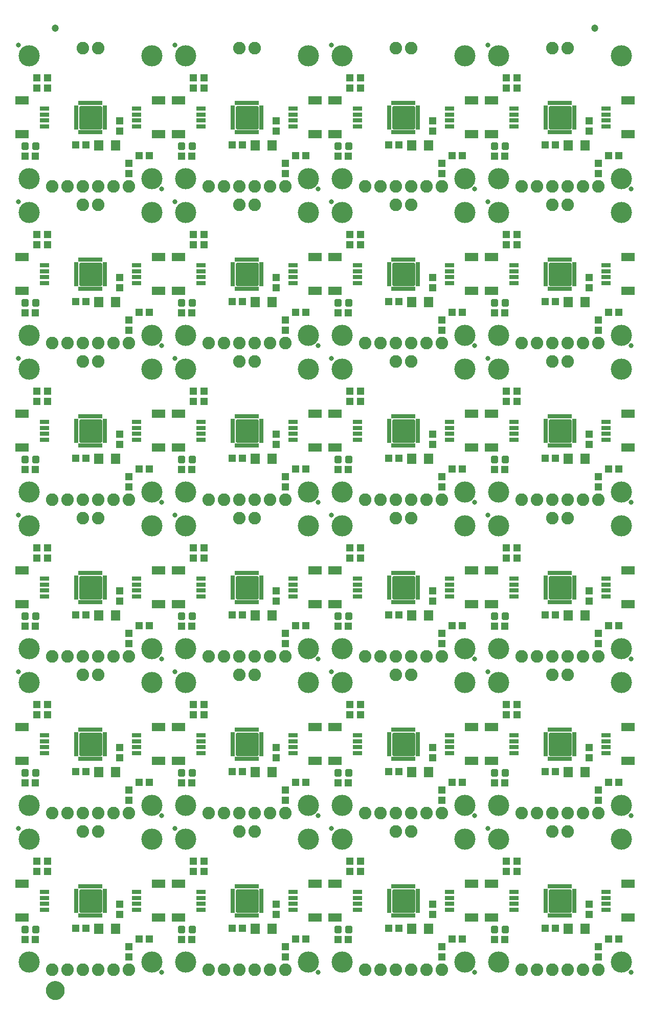
<source format=gts>
G04 EAGLE Gerber RS-274X export*
G75*
%MOMM*%
%FSLAX34Y34*%
%LPD*%
%INSoldermask Top*%
%IPPOS*%
%AMOC8*
5,1,8,0,0,1.08239X$1,22.5*%
G01*
%ADD10C,3.505200*%
%ADD11C,0.838200*%
%ADD12R,1.203200X1.303200*%
%ADD13R,2.203200X1.403200*%
%ADD14R,1.553200X0.803200*%
%ADD15C,2.082800*%
%ADD16R,1.303200X1.203200*%
%ADD17R,1.603200X1.803200*%
%ADD18R,0.503200X0.773200*%
%ADD19R,0.773200X0.503200*%
%ADD20C,0.570478*%
%ADD21C,0.505344*%
%ADD22C,1.203200*%
%ADD23C,1.270000*%
%ADD24C,1.703200*%


D10*
X25400Y228600D03*
X228600Y228600D03*
D11*
X245110Y8890D03*
X7620Y246380D03*
D12*
X38354Y175650D03*
X38354Y192650D03*
X55880Y175650D03*
X55880Y192650D03*
D13*
X14050Y155000D03*
X14050Y99000D03*
D14*
X50800Y142000D03*
X50800Y132000D03*
X50800Y122000D03*
X50800Y112000D03*
D15*
X139700Y241300D03*
X114300Y241300D03*
D16*
X119498Y81534D03*
X102498Y81534D03*
D13*
X239950Y99000D03*
X239950Y155000D03*
D14*
X203200Y112000D03*
X203200Y122000D03*
X203200Y132000D03*
X203200Y142000D03*
D16*
X224400Y63500D03*
X207400Y63500D03*
D15*
X63500Y12700D03*
X88900Y12700D03*
X114300Y12700D03*
X139700Y12700D03*
D10*
X25400Y25400D03*
X228600Y25400D03*
D17*
X168940Y81026D03*
X140940Y81026D03*
D18*
X134500Y103149D03*
X129500Y103149D03*
X124500Y103149D03*
X119500Y103149D03*
X114500Y103149D03*
X109500Y103149D03*
D19*
X150851Y134500D03*
X150851Y129500D03*
X150851Y124500D03*
X150851Y119500D03*
X150851Y114500D03*
X150851Y109500D03*
D18*
X144500Y103149D03*
X139500Y103149D03*
D19*
X150851Y139500D03*
X150851Y144500D03*
D18*
X144500Y150851D03*
X139500Y150851D03*
X134500Y150851D03*
X129500Y150851D03*
X124500Y150851D03*
X119500Y150851D03*
X114500Y150851D03*
X109500Y150851D03*
D19*
X103149Y144500D03*
X103149Y139500D03*
X103149Y134500D03*
X103149Y129500D03*
X103149Y124500D03*
X103149Y119500D03*
X103149Y114500D03*
X103149Y109500D03*
D20*
X143164Y110836D02*
X143164Y143164D01*
X143164Y110836D02*
X110836Y110836D01*
X110836Y143164D01*
X143164Y143164D01*
X143164Y116256D02*
X110836Y116256D01*
X110836Y121676D02*
X143164Y121676D01*
X143164Y127096D02*
X110836Y127096D01*
X110836Y132516D02*
X143164Y132516D01*
X143164Y137936D02*
X110836Y137936D01*
D21*
X33220Y82992D02*
X33220Y76012D01*
X33220Y82992D02*
X40200Y82992D01*
X40200Y76012D01*
X33220Y76012D01*
X33220Y80812D02*
X40200Y80812D01*
X15680Y82992D02*
X15680Y76012D01*
X15680Y82992D02*
X22660Y82992D01*
X22660Y76012D01*
X15680Y76012D01*
X15680Y80812D02*
X22660Y80812D01*
D16*
X35932Y62738D03*
X18932Y62738D03*
D12*
X190500Y33918D03*
X190500Y50918D03*
D15*
X190500Y12700D03*
X165100Y12700D03*
D12*
X175260Y121276D03*
X175260Y104276D03*
D10*
X284480Y228600D03*
X487680Y228600D03*
D11*
X504190Y8890D03*
X266700Y246380D03*
D12*
X297434Y175650D03*
X297434Y192650D03*
X314960Y175650D03*
X314960Y192650D03*
D13*
X273130Y155000D03*
X273130Y99000D03*
D14*
X309880Y142000D03*
X309880Y132000D03*
X309880Y122000D03*
X309880Y112000D03*
D15*
X398780Y241300D03*
X373380Y241300D03*
D16*
X378578Y81534D03*
X361578Y81534D03*
D13*
X499030Y99000D03*
X499030Y155000D03*
D14*
X462280Y112000D03*
X462280Y122000D03*
X462280Y132000D03*
X462280Y142000D03*
D16*
X483480Y63500D03*
X466480Y63500D03*
D15*
X322580Y12700D03*
X347980Y12700D03*
X373380Y12700D03*
X398780Y12700D03*
D10*
X284480Y25400D03*
X487680Y25400D03*
D17*
X428020Y81026D03*
X400020Y81026D03*
D18*
X393580Y103149D03*
X388580Y103149D03*
X383580Y103149D03*
X378580Y103149D03*
X373580Y103149D03*
X368580Y103149D03*
D19*
X409931Y134500D03*
X409931Y129500D03*
X409931Y124500D03*
X409931Y119500D03*
X409931Y114500D03*
X409931Y109500D03*
D18*
X403580Y103149D03*
X398580Y103149D03*
D19*
X409931Y139500D03*
X409931Y144500D03*
D18*
X403580Y150851D03*
X398580Y150851D03*
X393580Y150851D03*
X388580Y150851D03*
X383580Y150851D03*
X378580Y150851D03*
X373580Y150851D03*
X368580Y150851D03*
D19*
X362229Y144500D03*
X362229Y139500D03*
X362229Y134500D03*
X362229Y129500D03*
X362229Y124500D03*
X362229Y119500D03*
X362229Y114500D03*
X362229Y109500D03*
D20*
X402244Y110836D02*
X402244Y143164D01*
X402244Y110836D02*
X369916Y110836D01*
X369916Y143164D01*
X402244Y143164D01*
X402244Y116256D02*
X369916Y116256D01*
X369916Y121676D02*
X402244Y121676D01*
X402244Y127096D02*
X369916Y127096D01*
X369916Y132516D02*
X402244Y132516D01*
X402244Y137936D02*
X369916Y137936D01*
D21*
X292300Y82992D02*
X292300Y76012D01*
X292300Y82992D02*
X299280Y82992D01*
X299280Y76012D01*
X292300Y76012D01*
X292300Y80812D02*
X299280Y80812D01*
X274760Y82992D02*
X274760Y76012D01*
X274760Y82992D02*
X281740Y82992D01*
X281740Y76012D01*
X274760Y76012D01*
X274760Y80812D02*
X281740Y80812D01*
D16*
X295012Y62738D03*
X278012Y62738D03*
D12*
X449580Y33918D03*
X449580Y50918D03*
D15*
X449580Y12700D03*
X424180Y12700D03*
D12*
X434340Y121276D03*
X434340Y104276D03*
D10*
X543560Y228600D03*
X746760Y228600D03*
D11*
X763270Y8890D03*
X525780Y246380D03*
D12*
X556514Y175650D03*
X556514Y192650D03*
X574040Y175650D03*
X574040Y192650D03*
D13*
X532210Y155000D03*
X532210Y99000D03*
D14*
X568960Y142000D03*
X568960Y132000D03*
X568960Y122000D03*
X568960Y112000D03*
D15*
X657860Y241300D03*
X632460Y241300D03*
D16*
X637658Y81534D03*
X620658Y81534D03*
D13*
X758110Y99000D03*
X758110Y155000D03*
D14*
X721360Y112000D03*
X721360Y122000D03*
X721360Y132000D03*
X721360Y142000D03*
D16*
X742560Y63500D03*
X725560Y63500D03*
D15*
X581660Y12700D03*
X607060Y12700D03*
X632460Y12700D03*
X657860Y12700D03*
D10*
X543560Y25400D03*
X746760Y25400D03*
D17*
X687100Y81026D03*
X659100Y81026D03*
D18*
X652660Y103149D03*
X647660Y103149D03*
X642660Y103149D03*
X637660Y103149D03*
X632660Y103149D03*
X627660Y103149D03*
D19*
X669011Y134500D03*
X669011Y129500D03*
X669011Y124500D03*
X669011Y119500D03*
X669011Y114500D03*
X669011Y109500D03*
D18*
X662660Y103149D03*
X657660Y103149D03*
D19*
X669011Y139500D03*
X669011Y144500D03*
D18*
X662660Y150851D03*
X657660Y150851D03*
X652660Y150851D03*
X647660Y150851D03*
X642660Y150851D03*
X637660Y150851D03*
X632660Y150851D03*
X627660Y150851D03*
D19*
X621309Y144500D03*
X621309Y139500D03*
X621309Y134500D03*
X621309Y129500D03*
X621309Y124500D03*
X621309Y119500D03*
X621309Y114500D03*
X621309Y109500D03*
D20*
X661324Y110836D02*
X661324Y143164D01*
X661324Y110836D02*
X628996Y110836D01*
X628996Y143164D01*
X661324Y143164D01*
X661324Y116256D02*
X628996Y116256D01*
X628996Y121676D02*
X661324Y121676D01*
X661324Y127096D02*
X628996Y127096D01*
X628996Y132516D02*
X661324Y132516D01*
X661324Y137936D02*
X628996Y137936D01*
D21*
X551380Y82992D02*
X551380Y76012D01*
X551380Y82992D02*
X558360Y82992D01*
X558360Y76012D01*
X551380Y76012D01*
X551380Y80812D02*
X558360Y80812D01*
X533840Y82992D02*
X533840Y76012D01*
X533840Y82992D02*
X540820Y82992D01*
X540820Y76012D01*
X533840Y76012D01*
X533840Y80812D02*
X540820Y80812D01*
D16*
X554092Y62738D03*
X537092Y62738D03*
D12*
X708660Y33918D03*
X708660Y50918D03*
D15*
X708660Y12700D03*
X683260Y12700D03*
D12*
X693420Y121276D03*
X693420Y104276D03*
D10*
X802640Y228600D03*
X1005840Y228600D03*
D11*
X1022350Y8890D03*
X784860Y246380D03*
D12*
X815594Y175650D03*
X815594Y192650D03*
X833120Y175650D03*
X833120Y192650D03*
D13*
X791290Y155000D03*
X791290Y99000D03*
D14*
X828040Y142000D03*
X828040Y132000D03*
X828040Y122000D03*
X828040Y112000D03*
D15*
X916940Y241300D03*
X891540Y241300D03*
D16*
X896738Y81534D03*
X879738Y81534D03*
D13*
X1017190Y99000D03*
X1017190Y155000D03*
D14*
X980440Y112000D03*
X980440Y122000D03*
X980440Y132000D03*
X980440Y142000D03*
D16*
X1001640Y63500D03*
X984640Y63500D03*
D15*
X840740Y12700D03*
X866140Y12700D03*
X891540Y12700D03*
X916940Y12700D03*
D10*
X802640Y25400D03*
X1005840Y25400D03*
D17*
X946180Y81026D03*
X918180Y81026D03*
D18*
X911740Y103149D03*
X906740Y103149D03*
X901740Y103149D03*
X896740Y103149D03*
X891740Y103149D03*
X886740Y103149D03*
D19*
X928091Y134500D03*
X928091Y129500D03*
X928091Y124500D03*
X928091Y119500D03*
X928091Y114500D03*
X928091Y109500D03*
D18*
X921740Y103149D03*
X916740Y103149D03*
D19*
X928091Y139500D03*
X928091Y144500D03*
D18*
X921740Y150851D03*
X916740Y150851D03*
X911740Y150851D03*
X906740Y150851D03*
X901740Y150851D03*
X896740Y150851D03*
X891740Y150851D03*
X886740Y150851D03*
D19*
X880389Y144500D03*
X880389Y139500D03*
X880389Y134500D03*
X880389Y129500D03*
X880389Y124500D03*
X880389Y119500D03*
X880389Y114500D03*
X880389Y109500D03*
D20*
X920404Y110836D02*
X920404Y143164D01*
X920404Y110836D02*
X888076Y110836D01*
X888076Y143164D01*
X920404Y143164D01*
X920404Y116256D02*
X888076Y116256D01*
X888076Y121676D02*
X920404Y121676D01*
X920404Y127096D02*
X888076Y127096D01*
X888076Y132516D02*
X920404Y132516D01*
X920404Y137936D02*
X888076Y137936D01*
D21*
X810460Y82992D02*
X810460Y76012D01*
X810460Y82992D02*
X817440Y82992D01*
X817440Y76012D01*
X810460Y76012D01*
X810460Y80812D02*
X817440Y80812D01*
X792920Y82992D02*
X792920Y76012D01*
X792920Y82992D02*
X799900Y82992D01*
X799900Y76012D01*
X792920Y76012D01*
X792920Y80812D02*
X799900Y80812D01*
D16*
X813172Y62738D03*
X796172Y62738D03*
D12*
X967740Y33918D03*
X967740Y50918D03*
D15*
X967740Y12700D03*
X942340Y12700D03*
D12*
X952500Y121276D03*
X952500Y104276D03*
D10*
X25400Y487680D03*
X228600Y487680D03*
D11*
X245110Y267970D03*
X7620Y505460D03*
D12*
X38354Y434730D03*
X38354Y451730D03*
X55880Y434730D03*
X55880Y451730D03*
D13*
X14050Y414080D03*
X14050Y358080D03*
D14*
X50800Y401080D03*
X50800Y391080D03*
X50800Y381080D03*
X50800Y371080D03*
D15*
X139700Y500380D03*
X114300Y500380D03*
D16*
X119498Y340614D03*
X102498Y340614D03*
D13*
X239950Y358080D03*
X239950Y414080D03*
D14*
X203200Y371080D03*
X203200Y381080D03*
X203200Y391080D03*
X203200Y401080D03*
D16*
X224400Y322580D03*
X207400Y322580D03*
D15*
X63500Y271780D03*
X88900Y271780D03*
X114300Y271780D03*
X139700Y271780D03*
D10*
X25400Y284480D03*
X228600Y284480D03*
D17*
X168940Y340106D03*
X140940Y340106D03*
D18*
X134500Y362229D03*
X129500Y362229D03*
X124500Y362229D03*
X119500Y362229D03*
X114500Y362229D03*
X109500Y362229D03*
D19*
X150851Y393580D03*
X150851Y388580D03*
X150851Y383580D03*
X150851Y378580D03*
X150851Y373580D03*
X150851Y368580D03*
D18*
X144500Y362229D03*
X139500Y362229D03*
D19*
X150851Y398580D03*
X150851Y403580D03*
D18*
X144500Y409931D03*
X139500Y409931D03*
X134500Y409931D03*
X129500Y409931D03*
X124500Y409931D03*
X119500Y409931D03*
X114500Y409931D03*
X109500Y409931D03*
D19*
X103149Y403580D03*
X103149Y398580D03*
X103149Y393580D03*
X103149Y388580D03*
X103149Y383580D03*
X103149Y378580D03*
X103149Y373580D03*
X103149Y368580D03*
D20*
X143164Y369916D02*
X143164Y402244D01*
X143164Y369916D02*
X110836Y369916D01*
X110836Y402244D01*
X143164Y402244D01*
X143164Y375336D02*
X110836Y375336D01*
X110836Y380756D02*
X143164Y380756D01*
X143164Y386176D02*
X110836Y386176D01*
X110836Y391596D02*
X143164Y391596D01*
X143164Y397016D02*
X110836Y397016D01*
D21*
X33220Y342072D02*
X33220Y335092D01*
X33220Y342072D02*
X40200Y342072D01*
X40200Y335092D01*
X33220Y335092D01*
X33220Y339892D02*
X40200Y339892D01*
X15680Y342072D02*
X15680Y335092D01*
X15680Y342072D02*
X22660Y342072D01*
X22660Y335092D01*
X15680Y335092D01*
X15680Y339892D02*
X22660Y339892D01*
D16*
X35932Y321818D03*
X18932Y321818D03*
D12*
X190500Y292998D03*
X190500Y309998D03*
D15*
X190500Y271780D03*
X165100Y271780D03*
D12*
X175260Y380356D03*
X175260Y363356D03*
D10*
X284480Y487680D03*
X487680Y487680D03*
D11*
X504190Y267970D03*
X266700Y505460D03*
D12*
X297434Y434730D03*
X297434Y451730D03*
X314960Y434730D03*
X314960Y451730D03*
D13*
X273130Y414080D03*
X273130Y358080D03*
D14*
X309880Y401080D03*
X309880Y391080D03*
X309880Y381080D03*
X309880Y371080D03*
D15*
X398780Y500380D03*
X373380Y500380D03*
D16*
X378578Y340614D03*
X361578Y340614D03*
D13*
X499030Y358080D03*
X499030Y414080D03*
D14*
X462280Y371080D03*
X462280Y381080D03*
X462280Y391080D03*
X462280Y401080D03*
D16*
X483480Y322580D03*
X466480Y322580D03*
D15*
X322580Y271780D03*
X347980Y271780D03*
X373380Y271780D03*
X398780Y271780D03*
D10*
X284480Y284480D03*
X487680Y284480D03*
D17*
X428020Y340106D03*
X400020Y340106D03*
D18*
X393580Y362229D03*
X388580Y362229D03*
X383580Y362229D03*
X378580Y362229D03*
X373580Y362229D03*
X368580Y362229D03*
D19*
X409931Y393580D03*
X409931Y388580D03*
X409931Y383580D03*
X409931Y378580D03*
X409931Y373580D03*
X409931Y368580D03*
D18*
X403580Y362229D03*
X398580Y362229D03*
D19*
X409931Y398580D03*
X409931Y403580D03*
D18*
X403580Y409931D03*
X398580Y409931D03*
X393580Y409931D03*
X388580Y409931D03*
X383580Y409931D03*
X378580Y409931D03*
X373580Y409931D03*
X368580Y409931D03*
D19*
X362229Y403580D03*
X362229Y398580D03*
X362229Y393580D03*
X362229Y388580D03*
X362229Y383580D03*
X362229Y378580D03*
X362229Y373580D03*
X362229Y368580D03*
D20*
X402244Y369916D02*
X402244Y402244D01*
X402244Y369916D02*
X369916Y369916D01*
X369916Y402244D01*
X402244Y402244D01*
X402244Y375336D02*
X369916Y375336D01*
X369916Y380756D02*
X402244Y380756D01*
X402244Y386176D02*
X369916Y386176D01*
X369916Y391596D02*
X402244Y391596D01*
X402244Y397016D02*
X369916Y397016D01*
D21*
X292300Y342072D02*
X292300Y335092D01*
X292300Y342072D02*
X299280Y342072D01*
X299280Y335092D01*
X292300Y335092D01*
X292300Y339892D02*
X299280Y339892D01*
X274760Y342072D02*
X274760Y335092D01*
X274760Y342072D02*
X281740Y342072D01*
X281740Y335092D01*
X274760Y335092D01*
X274760Y339892D02*
X281740Y339892D01*
D16*
X295012Y321818D03*
X278012Y321818D03*
D12*
X449580Y292998D03*
X449580Y309998D03*
D15*
X449580Y271780D03*
X424180Y271780D03*
D12*
X434340Y380356D03*
X434340Y363356D03*
D10*
X543560Y487680D03*
X746760Y487680D03*
D11*
X763270Y267970D03*
X525780Y505460D03*
D12*
X556514Y434730D03*
X556514Y451730D03*
X574040Y434730D03*
X574040Y451730D03*
D13*
X532210Y414080D03*
X532210Y358080D03*
D14*
X568960Y401080D03*
X568960Y391080D03*
X568960Y381080D03*
X568960Y371080D03*
D15*
X657860Y500380D03*
X632460Y500380D03*
D16*
X637658Y340614D03*
X620658Y340614D03*
D13*
X758110Y358080D03*
X758110Y414080D03*
D14*
X721360Y371080D03*
X721360Y381080D03*
X721360Y391080D03*
X721360Y401080D03*
D16*
X742560Y322580D03*
X725560Y322580D03*
D15*
X581660Y271780D03*
X607060Y271780D03*
X632460Y271780D03*
X657860Y271780D03*
D10*
X543560Y284480D03*
X746760Y284480D03*
D17*
X687100Y340106D03*
X659100Y340106D03*
D18*
X652660Y362229D03*
X647660Y362229D03*
X642660Y362229D03*
X637660Y362229D03*
X632660Y362229D03*
X627660Y362229D03*
D19*
X669011Y393580D03*
X669011Y388580D03*
X669011Y383580D03*
X669011Y378580D03*
X669011Y373580D03*
X669011Y368580D03*
D18*
X662660Y362229D03*
X657660Y362229D03*
D19*
X669011Y398580D03*
X669011Y403580D03*
D18*
X662660Y409931D03*
X657660Y409931D03*
X652660Y409931D03*
X647660Y409931D03*
X642660Y409931D03*
X637660Y409931D03*
X632660Y409931D03*
X627660Y409931D03*
D19*
X621309Y403580D03*
X621309Y398580D03*
X621309Y393580D03*
X621309Y388580D03*
X621309Y383580D03*
X621309Y378580D03*
X621309Y373580D03*
X621309Y368580D03*
D20*
X661324Y369916D02*
X661324Y402244D01*
X661324Y369916D02*
X628996Y369916D01*
X628996Y402244D01*
X661324Y402244D01*
X661324Y375336D02*
X628996Y375336D01*
X628996Y380756D02*
X661324Y380756D01*
X661324Y386176D02*
X628996Y386176D01*
X628996Y391596D02*
X661324Y391596D01*
X661324Y397016D02*
X628996Y397016D01*
D21*
X551380Y342072D02*
X551380Y335092D01*
X551380Y342072D02*
X558360Y342072D01*
X558360Y335092D01*
X551380Y335092D01*
X551380Y339892D02*
X558360Y339892D01*
X533840Y342072D02*
X533840Y335092D01*
X533840Y342072D02*
X540820Y342072D01*
X540820Y335092D01*
X533840Y335092D01*
X533840Y339892D02*
X540820Y339892D01*
D16*
X554092Y321818D03*
X537092Y321818D03*
D12*
X708660Y292998D03*
X708660Y309998D03*
D15*
X708660Y271780D03*
X683260Y271780D03*
D12*
X693420Y380356D03*
X693420Y363356D03*
D10*
X802640Y487680D03*
X1005840Y487680D03*
D11*
X1022350Y267970D03*
X784860Y505460D03*
D12*
X815594Y434730D03*
X815594Y451730D03*
X833120Y434730D03*
X833120Y451730D03*
D13*
X791290Y414080D03*
X791290Y358080D03*
D14*
X828040Y401080D03*
X828040Y391080D03*
X828040Y381080D03*
X828040Y371080D03*
D15*
X916940Y500380D03*
X891540Y500380D03*
D16*
X896738Y340614D03*
X879738Y340614D03*
D13*
X1017190Y358080D03*
X1017190Y414080D03*
D14*
X980440Y371080D03*
X980440Y381080D03*
X980440Y391080D03*
X980440Y401080D03*
D16*
X1001640Y322580D03*
X984640Y322580D03*
D15*
X840740Y271780D03*
X866140Y271780D03*
X891540Y271780D03*
X916940Y271780D03*
D10*
X802640Y284480D03*
X1005840Y284480D03*
D17*
X946180Y340106D03*
X918180Y340106D03*
D18*
X911740Y362229D03*
X906740Y362229D03*
X901740Y362229D03*
X896740Y362229D03*
X891740Y362229D03*
X886740Y362229D03*
D19*
X928091Y393580D03*
X928091Y388580D03*
X928091Y383580D03*
X928091Y378580D03*
X928091Y373580D03*
X928091Y368580D03*
D18*
X921740Y362229D03*
X916740Y362229D03*
D19*
X928091Y398580D03*
X928091Y403580D03*
D18*
X921740Y409931D03*
X916740Y409931D03*
X911740Y409931D03*
X906740Y409931D03*
X901740Y409931D03*
X896740Y409931D03*
X891740Y409931D03*
X886740Y409931D03*
D19*
X880389Y403580D03*
X880389Y398580D03*
X880389Y393580D03*
X880389Y388580D03*
X880389Y383580D03*
X880389Y378580D03*
X880389Y373580D03*
X880389Y368580D03*
D20*
X920404Y369916D02*
X920404Y402244D01*
X920404Y369916D02*
X888076Y369916D01*
X888076Y402244D01*
X920404Y402244D01*
X920404Y375336D02*
X888076Y375336D01*
X888076Y380756D02*
X920404Y380756D01*
X920404Y386176D02*
X888076Y386176D01*
X888076Y391596D02*
X920404Y391596D01*
X920404Y397016D02*
X888076Y397016D01*
D21*
X810460Y342072D02*
X810460Y335092D01*
X810460Y342072D02*
X817440Y342072D01*
X817440Y335092D01*
X810460Y335092D01*
X810460Y339892D02*
X817440Y339892D01*
X792920Y342072D02*
X792920Y335092D01*
X792920Y342072D02*
X799900Y342072D01*
X799900Y335092D01*
X792920Y335092D01*
X792920Y339892D02*
X799900Y339892D01*
D16*
X813172Y321818D03*
X796172Y321818D03*
D12*
X967740Y292998D03*
X967740Y309998D03*
D15*
X967740Y271780D03*
X942340Y271780D03*
D12*
X952500Y380356D03*
X952500Y363356D03*
D10*
X25400Y746760D03*
X228600Y746760D03*
D11*
X245110Y527050D03*
X7620Y764540D03*
D12*
X38354Y693810D03*
X38354Y710810D03*
X55880Y693810D03*
X55880Y710810D03*
D13*
X14050Y673160D03*
X14050Y617160D03*
D14*
X50800Y660160D03*
X50800Y650160D03*
X50800Y640160D03*
X50800Y630160D03*
D15*
X139700Y759460D03*
X114300Y759460D03*
D16*
X119498Y599694D03*
X102498Y599694D03*
D13*
X239950Y617160D03*
X239950Y673160D03*
D14*
X203200Y630160D03*
X203200Y640160D03*
X203200Y650160D03*
X203200Y660160D03*
D16*
X224400Y581660D03*
X207400Y581660D03*
D15*
X63500Y530860D03*
X88900Y530860D03*
X114300Y530860D03*
X139700Y530860D03*
D10*
X25400Y543560D03*
X228600Y543560D03*
D17*
X168940Y599186D03*
X140940Y599186D03*
D18*
X134500Y621309D03*
X129500Y621309D03*
X124500Y621309D03*
X119500Y621309D03*
X114500Y621309D03*
X109500Y621309D03*
D19*
X150851Y652660D03*
X150851Y647660D03*
X150851Y642660D03*
X150851Y637660D03*
X150851Y632660D03*
X150851Y627660D03*
D18*
X144500Y621309D03*
X139500Y621309D03*
D19*
X150851Y657660D03*
X150851Y662660D03*
D18*
X144500Y669011D03*
X139500Y669011D03*
X134500Y669011D03*
X129500Y669011D03*
X124500Y669011D03*
X119500Y669011D03*
X114500Y669011D03*
X109500Y669011D03*
D19*
X103149Y662660D03*
X103149Y657660D03*
X103149Y652660D03*
X103149Y647660D03*
X103149Y642660D03*
X103149Y637660D03*
X103149Y632660D03*
X103149Y627660D03*
D20*
X143164Y628996D02*
X143164Y661324D01*
X143164Y628996D02*
X110836Y628996D01*
X110836Y661324D01*
X143164Y661324D01*
X143164Y634416D02*
X110836Y634416D01*
X110836Y639836D02*
X143164Y639836D01*
X143164Y645256D02*
X110836Y645256D01*
X110836Y650676D02*
X143164Y650676D01*
X143164Y656096D02*
X110836Y656096D01*
D21*
X33220Y601152D02*
X33220Y594172D01*
X33220Y601152D02*
X40200Y601152D01*
X40200Y594172D01*
X33220Y594172D01*
X33220Y598972D02*
X40200Y598972D01*
X15680Y601152D02*
X15680Y594172D01*
X15680Y601152D02*
X22660Y601152D01*
X22660Y594172D01*
X15680Y594172D01*
X15680Y598972D02*
X22660Y598972D01*
D16*
X35932Y580898D03*
X18932Y580898D03*
D12*
X190500Y552078D03*
X190500Y569078D03*
D15*
X190500Y530860D03*
X165100Y530860D03*
D12*
X175260Y639436D03*
X175260Y622436D03*
D10*
X284480Y746760D03*
X487680Y746760D03*
D11*
X504190Y527050D03*
X266700Y764540D03*
D12*
X297434Y693810D03*
X297434Y710810D03*
X314960Y693810D03*
X314960Y710810D03*
D13*
X273130Y673160D03*
X273130Y617160D03*
D14*
X309880Y660160D03*
X309880Y650160D03*
X309880Y640160D03*
X309880Y630160D03*
D15*
X398780Y759460D03*
X373380Y759460D03*
D16*
X378578Y599694D03*
X361578Y599694D03*
D13*
X499030Y617160D03*
X499030Y673160D03*
D14*
X462280Y630160D03*
X462280Y640160D03*
X462280Y650160D03*
X462280Y660160D03*
D16*
X483480Y581660D03*
X466480Y581660D03*
D15*
X322580Y530860D03*
X347980Y530860D03*
X373380Y530860D03*
X398780Y530860D03*
D10*
X284480Y543560D03*
X487680Y543560D03*
D17*
X428020Y599186D03*
X400020Y599186D03*
D18*
X393580Y621309D03*
X388580Y621309D03*
X383580Y621309D03*
X378580Y621309D03*
X373580Y621309D03*
X368580Y621309D03*
D19*
X409931Y652660D03*
X409931Y647660D03*
X409931Y642660D03*
X409931Y637660D03*
X409931Y632660D03*
X409931Y627660D03*
D18*
X403580Y621309D03*
X398580Y621309D03*
D19*
X409931Y657660D03*
X409931Y662660D03*
D18*
X403580Y669011D03*
X398580Y669011D03*
X393580Y669011D03*
X388580Y669011D03*
X383580Y669011D03*
X378580Y669011D03*
X373580Y669011D03*
X368580Y669011D03*
D19*
X362229Y662660D03*
X362229Y657660D03*
X362229Y652660D03*
X362229Y647660D03*
X362229Y642660D03*
X362229Y637660D03*
X362229Y632660D03*
X362229Y627660D03*
D20*
X402244Y628996D02*
X402244Y661324D01*
X402244Y628996D02*
X369916Y628996D01*
X369916Y661324D01*
X402244Y661324D01*
X402244Y634416D02*
X369916Y634416D01*
X369916Y639836D02*
X402244Y639836D01*
X402244Y645256D02*
X369916Y645256D01*
X369916Y650676D02*
X402244Y650676D01*
X402244Y656096D02*
X369916Y656096D01*
D21*
X292300Y601152D02*
X292300Y594172D01*
X292300Y601152D02*
X299280Y601152D01*
X299280Y594172D01*
X292300Y594172D01*
X292300Y598972D02*
X299280Y598972D01*
X274760Y601152D02*
X274760Y594172D01*
X274760Y601152D02*
X281740Y601152D01*
X281740Y594172D01*
X274760Y594172D01*
X274760Y598972D02*
X281740Y598972D01*
D16*
X295012Y580898D03*
X278012Y580898D03*
D12*
X449580Y552078D03*
X449580Y569078D03*
D15*
X449580Y530860D03*
X424180Y530860D03*
D12*
X434340Y639436D03*
X434340Y622436D03*
D10*
X543560Y746760D03*
X746760Y746760D03*
D11*
X763270Y527050D03*
X525780Y764540D03*
D12*
X556514Y693810D03*
X556514Y710810D03*
X574040Y693810D03*
X574040Y710810D03*
D13*
X532210Y673160D03*
X532210Y617160D03*
D14*
X568960Y660160D03*
X568960Y650160D03*
X568960Y640160D03*
X568960Y630160D03*
D15*
X657860Y759460D03*
X632460Y759460D03*
D16*
X637658Y599694D03*
X620658Y599694D03*
D13*
X758110Y617160D03*
X758110Y673160D03*
D14*
X721360Y630160D03*
X721360Y640160D03*
X721360Y650160D03*
X721360Y660160D03*
D16*
X742560Y581660D03*
X725560Y581660D03*
D15*
X581660Y530860D03*
X607060Y530860D03*
X632460Y530860D03*
X657860Y530860D03*
D10*
X543560Y543560D03*
X746760Y543560D03*
D17*
X687100Y599186D03*
X659100Y599186D03*
D18*
X652660Y621309D03*
X647660Y621309D03*
X642660Y621309D03*
X637660Y621309D03*
X632660Y621309D03*
X627660Y621309D03*
D19*
X669011Y652660D03*
X669011Y647660D03*
X669011Y642660D03*
X669011Y637660D03*
X669011Y632660D03*
X669011Y627660D03*
D18*
X662660Y621309D03*
X657660Y621309D03*
D19*
X669011Y657660D03*
X669011Y662660D03*
D18*
X662660Y669011D03*
X657660Y669011D03*
X652660Y669011D03*
X647660Y669011D03*
X642660Y669011D03*
X637660Y669011D03*
X632660Y669011D03*
X627660Y669011D03*
D19*
X621309Y662660D03*
X621309Y657660D03*
X621309Y652660D03*
X621309Y647660D03*
X621309Y642660D03*
X621309Y637660D03*
X621309Y632660D03*
X621309Y627660D03*
D20*
X661324Y628996D02*
X661324Y661324D01*
X661324Y628996D02*
X628996Y628996D01*
X628996Y661324D01*
X661324Y661324D01*
X661324Y634416D02*
X628996Y634416D01*
X628996Y639836D02*
X661324Y639836D01*
X661324Y645256D02*
X628996Y645256D01*
X628996Y650676D02*
X661324Y650676D01*
X661324Y656096D02*
X628996Y656096D01*
D21*
X551380Y601152D02*
X551380Y594172D01*
X551380Y601152D02*
X558360Y601152D01*
X558360Y594172D01*
X551380Y594172D01*
X551380Y598972D02*
X558360Y598972D01*
X533840Y601152D02*
X533840Y594172D01*
X533840Y601152D02*
X540820Y601152D01*
X540820Y594172D01*
X533840Y594172D01*
X533840Y598972D02*
X540820Y598972D01*
D16*
X554092Y580898D03*
X537092Y580898D03*
D12*
X708660Y552078D03*
X708660Y569078D03*
D15*
X708660Y530860D03*
X683260Y530860D03*
D12*
X693420Y639436D03*
X693420Y622436D03*
D10*
X802640Y746760D03*
X1005840Y746760D03*
D11*
X1022350Y527050D03*
X784860Y764540D03*
D12*
X815594Y693810D03*
X815594Y710810D03*
X833120Y693810D03*
X833120Y710810D03*
D13*
X791290Y673160D03*
X791290Y617160D03*
D14*
X828040Y660160D03*
X828040Y650160D03*
X828040Y640160D03*
X828040Y630160D03*
D15*
X916940Y759460D03*
X891540Y759460D03*
D16*
X896738Y599694D03*
X879738Y599694D03*
D13*
X1017190Y617160D03*
X1017190Y673160D03*
D14*
X980440Y630160D03*
X980440Y640160D03*
X980440Y650160D03*
X980440Y660160D03*
D16*
X1001640Y581660D03*
X984640Y581660D03*
D15*
X840740Y530860D03*
X866140Y530860D03*
X891540Y530860D03*
X916940Y530860D03*
D10*
X802640Y543560D03*
X1005840Y543560D03*
D17*
X946180Y599186D03*
X918180Y599186D03*
D18*
X911740Y621309D03*
X906740Y621309D03*
X901740Y621309D03*
X896740Y621309D03*
X891740Y621309D03*
X886740Y621309D03*
D19*
X928091Y652660D03*
X928091Y647660D03*
X928091Y642660D03*
X928091Y637660D03*
X928091Y632660D03*
X928091Y627660D03*
D18*
X921740Y621309D03*
X916740Y621309D03*
D19*
X928091Y657660D03*
X928091Y662660D03*
D18*
X921740Y669011D03*
X916740Y669011D03*
X911740Y669011D03*
X906740Y669011D03*
X901740Y669011D03*
X896740Y669011D03*
X891740Y669011D03*
X886740Y669011D03*
D19*
X880389Y662660D03*
X880389Y657660D03*
X880389Y652660D03*
X880389Y647660D03*
X880389Y642660D03*
X880389Y637660D03*
X880389Y632660D03*
X880389Y627660D03*
D20*
X920404Y628996D02*
X920404Y661324D01*
X920404Y628996D02*
X888076Y628996D01*
X888076Y661324D01*
X920404Y661324D01*
X920404Y634416D02*
X888076Y634416D01*
X888076Y639836D02*
X920404Y639836D01*
X920404Y645256D02*
X888076Y645256D01*
X888076Y650676D02*
X920404Y650676D01*
X920404Y656096D02*
X888076Y656096D01*
D21*
X810460Y601152D02*
X810460Y594172D01*
X810460Y601152D02*
X817440Y601152D01*
X817440Y594172D01*
X810460Y594172D01*
X810460Y598972D02*
X817440Y598972D01*
X792920Y601152D02*
X792920Y594172D01*
X792920Y601152D02*
X799900Y601152D01*
X799900Y594172D01*
X792920Y594172D01*
X792920Y598972D02*
X799900Y598972D01*
D16*
X813172Y580898D03*
X796172Y580898D03*
D12*
X967740Y552078D03*
X967740Y569078D03*
D15*
X967740Y530860D03*
X942340Y530860D03*
D12*
X952500Y639436D03*
X952500Y622436D03*
D10*
X25400Y1005840D03*
X228600Y1005840D03*
D11*
X245110Y786130D03*
X7620Y1023620D03*
D12*
X38354Y952890D03*
X38354Y969890D03*
X55880Y952890D03*
X55880Y969890D03*
D13*
X14050Y932240D03*
X14050Y876240D03*
D14*
X50800Y919240D03*
X50800Y909240D03*
X50800Y899240D03*
X50800Y889240D03*
D15*
X139700Y1018540D03*
X114300Y1018540D03*
D16*
X119498Y858774D03*
X102498Y858774D03*
D13*
X239950Y876240D03*
X239950Y932240D03*
D14*
X203200Y889240D03*
X203200Y899240D03*
X203200Y909240D03*
X203200Y919240D03*
D16*
X224400Y840740D03*
X207400Y840740D03*
D15*
X63500Y789940D03*
X88900Y789940D03*
X114300Y789940D03*
X139700Y789940D03*
D10*
X25400Y802640D03*
X228600Y802640D03*
D17*
X168940Y858266D03*
X140940Y858266D03*
D18*
X134500Y880389D03*
X129500Y880389D03*
X124500Y880389D03*
X119500Y880389D03*
X114500Y880389D03*
X109500Y880389D03*
D19*
X150851Y911740D03*
X150851Y906740D03*
X150851Y901740D03*
X150851Y896740D03*
X150851Y891740D03*
X150851Y886740D03*
D18*
X144500Y880389D03*
X139500Y880389D03*
D19*
X150851Y916740D03*
X150851Y921740D03*
D18*
X144500Y928091D03*
X139500Y928091D03*
X134500Y928091D03*
X129500Y928091D03*
X124500Y928091D03*
X119500Y928091D03*
X114500Y928091D03*
X109500Y928091D03*
D19*
X103149Y921740D03*
X103149Y916740D03*
X103149Y911740D03*
X103149Y906740D03*
X103149Y901740D03*
X103149Y896740D03*
X103149Y891740D03*
X103149Y886740D03*
D20*
X143164Y888076D02*
X143164Y920404D01*
X143164Y888076D02*
X110836Y888076D01*
X110836Y920404D01*
X143164Y920404D01*
X143164Y893496D02*
X110836Y893496D01*
X110836Y898916D02*
X143164Y898916D01*
X143164Y904336D02*
X110836Y904336D01*
X110836Y909756D02*
X143164Y909756D01*
X143164Y915176D02*
X110836Y915176D01*
D21*
X33220Y860232D02*
X33220Y853252D01*
X33220Y860232D02*
X40200Y860232D01*
X40200Y853252D01*
X33220Y853252D01*
X33220Y858052D02*
X40200Y858052D01*
X15680Y860232D02*
X15680Y853252D01*
X15680Y860232D02*
X22660Y860232D01*
X22660Y853252D01*
X15680Y853252D01*
X15680Y858052D02*
X22660Y858052D01*
D16*
X35932Y839978D03*
X18932Y839978D03*
D12*
X190500Y811158D03*
X190500Y828158D03*
D15*
X190500Y789940D03*
X165100Y789940D03*
D12*
X175260Y898516D03*
X175260Y881516D03*
D10*
X284480Y1005840D03*
X487680Y1005840D03*
D11*
X504190Y786130D03*
X266700Y1023620D03*
D12*
X297434Y952890D03*
X297434Y969890D03*
X314960Y952890D03*
X314960Y969890D03*
D13*
X273130Y932240D03*
X273130Y876240D03*
D14*
X309880Y919240D03*
X309880Y909240D03*
X309880Y899240D03*
X309880Y889240D03*
D15*
X398780Y1018540D03*
X373380Y1018540D03*
D16*
X378578Y858774D03*
X361578Y858774D03*
D13*
X499030Y876240D03*
X499030Y932240D03*
D14*
X462280Y889240D03*
X462280Y899240D03*
X462280Y909240D03*
X462280Y919240D03*
D16*
X483480Y840740D03*
X466480Y840740D03*
D15*
X322580Y789940D03*
X347980Y789940D03*
X373380Y789940D03*
X398780Y789940D03*
D10*
X284480Y802640D03*
X487680Y802640D03*
D17*
X428020Y858266D03*
X400020Y858266D03*
D18*
X393580Y880389D03*
X388580Y880389D03*
X383580Y880389D03*
X378580Y880389D03*
X373580Y880389D03*
X368580Y880389D03*
D19*
X409931Y911740D03*
X409931Y906740D03*
X409931Y901740D03*
X409931Y896740D03*
X409931Y891740D03*
X409931Y886740D03*
D18*
X403580Y880389D03*
X398580Y880389D03*
D19*
X409931Y916740D03*
X409931Y921740D03*
D18*
X403580Y928091D03*
X398580Y928091D03*
X393580Y928091D03*
X388580Y928091D03*
X383580Y928091D03*
X378580Y928091D03*
X373580Y928091D03*
X368580Y928091D03*
D19*
X362229Y921740D03*
X362229Y916740D03*
X362229Y911740D03*
X362229Y906740D03*
X362229Y901740D03*
X362229Y896740D03*
X362229Y891740D03*
X362229Y886740D03*
D20*
X402244Y888076D02*
X402244Y920404D01*
X402244Y888076D02*
X369916Y888076D01*
X369916Y920404D01*
X402244Y920404D01*
X402244Y893496D02*
X369916Y893496D01*
X369916Y898916D02*
X402244Y898916D01*
X402244Y904336D02*
X369916Y904336D01*
X369916Y909756D02*
X402244Y909756D01*
X402244Y915176D02*
X369916Y915176D01*
D21*
X292300Y860232D02*
X292300Y853252D01*
X292300Y860232D02*
X299280Y860232D01*
X299280Y853252D01*
X292300Y853252D01*
X292300Y858052D02*
X299280Y858052D01*
X274760Y860232D02*
X274760Y853252D01*
X274760Y860232D02*
X281740Y860232D01*
X281740Y853252D01*
X274760Y853252D01*
X274760Y858052D02*
X281740Y858052D01*
D16*
X295012Y839978D03*
X278012Y839978D03*
D12*
X449580Y811158D03*
X449580Y828158D03*
D15*
X449580Y789940D03*
X424180Y789940D03*
D12*
X434340Y898516D03*
X434340Y881516D03*
D10*
X543560Y1005840D03*
X746760Y1005840D03*
D11*
X763270Y786130D03*
X525780Y1023620D03*
D12*
X556514Y952890D03*
X556514Y969890D03*
X574040Y952890D03*
X574040Y969890D03*
D13*
X532210Y932240D03*
X532210Y876240D03*
D14*
X568960Y919240D03*
X568960Y909240D03*
X568960Y899240D03*
X568960Y889240D03*
D15*
X657860Y1018540D03*
X632460Y1018540D03*
D16*
X637658Y858774D03*
X620658Y858774D03*
D13*
X758110Y876240D03*
X758110Y932240D03*
D14*
X721360Y889240D03*
X721360Y899240D03*
X721360Y909240D03*
X721360Y919240D03*
D16*
X742560Y840740D03*
X725560Y840740D03*
D15*
X581660Y789940D03*
X607060Y789940D03*
X632460Y789940D03*
X657860Y789940D03*
D10*
X543560Y802640D03*
X746760Y802640D03*
D17*
X687100Y858266D03*
X659100Y858266D03*
D18*
X652660Y880389D03*
X647660Y880389D03*
X642660Y880389D03*
X637660Y880389D03*
X632660Y880389D03*
X627660Y880389D03*
D19*
X669011Y911740D03*
X669011Y906740D03*
X669011Y901740D03*
X669011Y896740D03*
X669011Y891740D03*
X669011Y886740D03*
D18*
X662660Y880389D03*
X657660Y880389D03*
D19*
X669011Y916740D03*
X669011Y921740D03*
D18*
X662660Y928091D03*
X657660Y928091D03*
X652660Y928091D03*
X647660Y928091D03*
X642660Y928091D03*
X637660Y928091D03*
X632660Y928091D03*
X627660Y928091D03*
D19*
X621309Y921740D03*
X621309Y916740D03*
X621309Y911740D03*
X621309Y906740D03*
X621309Y901740D03*
X621309Y896740D03*
X621309Y891740D03*
X621309Y886740D03*
D20*
X661324Y888076D02*
X661324Y920404D01*
X661324Y888076D02*
X628996Y888076D01*
X628996Y920404D01*
X661324Y920404D01*
X661324Y893496D02*
X628996Y893496D01*
X628996Y898916D02*
X661324Y898916D01*
X661324Y904336D02*
X628996Y904336D01*
X628996Y909756D02*
X661324Y909756D01*
X661324Y915176D02*
X628996Y915176D01*
D21*
X551380Y860232D02*
X551380Y853252D01*
X551380Y860232D02*
X558360Y860232D01*
X558360Y853252D01*
X551380Y853252D01*
X551380Y858052D02*
X558360Y858052D01*
X533840Y860232D02*
X533840Y853252D01*
X533840Y860232D02*
X540820Y860232D01*
X540820Y853252D01*
X533840Y853252D01*
X533840Y858052D02*
X540820Y858052D01*
D16*
X554092Y839978D03*
X537092Y839978D03*
D12*
X708660Y811158D03*
X708660Y828158D03*
D15*
X708660Y789940D03*
X683260Y789940D03*
D12*
X693420Y898516D03*
X693420Y881516D03*
D10*
X802640Y1005840D03*
X1005840Y1005840D03*
D11*
X1022350Y786130D03*
X784860Y1023620D03*
D12*
X815594Y952890D03*
X815594Y969890D03*
X833120Y952890D03*
X833120Y969890D03*
D13*
X791290Y932240D03*
X791290Y876240D03*
D14*
X828040Y919240D03*
X828040Y909240D03*
X828040Y899240D03*
X828040Y889240D03*
D15*
X916940Y1018540D03*
X891540Y1018540D03*
D16*
X896738Y858774D03*
X879738Y858774D03*
D13*
X1017190Y876240D03*
X1017190Y932240D03*
D14*
X980440Y889240D03*
X980440Y899240D03*
X980440Y909240D03*
X980440Y919240D03*
D16*
X1001640Y840740D03*
X984640Y840740D03*
D15*
X840740Y789940D03*
X866140Y789940D03*
X891540Y789940D03*
X916940Y789940D03*
D10*
X802640Y802640D03*
X1005840Y802640D03*
D17*
X946180Y858266D03*
X918180Y858266D03*
D18*
X911740Y880389D03*
X906740Y880389D03*
X901740Y880389D03*
X896740Y880389D03*
X891740Y880389D03*
X886740Y880389D03*
D19*
X928091Y911740D03*
X928091Y906740D03*
X928091Y901740D03*
X928091Y896740D03*
X928091Y891740D03*
X928091Y886740D03*
D18*
X921740Y880389D03*
X916740Y880389D03*
D19*
X928091Y916740D03*
X928091Y921740D03*
D18*
X921740Y928091D03*
X916740Y928091D03*
X911740Y928091D03*
X906740Y928091D03*
X901740Y928091D03*
X896740Y928091D03*
X891740Y928091D03*
X886740Y928091D03*
D19*
X880389Y921740D03*
X880389Y916740D03*
X880389Y911740D03*
X880389Y906740D03*
X880389Y901740D03*
X880389Y896740D03*
X880389Y891740D03*
X880389Y886740D03*
D20*
X920404Y888076D02*
X920404Y920404D01*
X920404Y888076D02*
X888076Y888076D01*
X888076Y920404D01*
X920404Y920404D01*
X920404Y893496D02*
X888076Y893496D01*
X888076Y898916D02*
X920404Y898916D01*
X920404Y904336D02*
X888076Y904336D01*
X888076Y909756D02*
X920404Y909756D01*
X920404Y915176D02*
X888076Y915176D01*
D21*
X810460Y860232D02*
X810460Y853252D01*
X810460Y860232D02*
X817440Y860232D01*
X817440Y853252D01*
X810460Y853252D01*
X810460Y858052D02*
X817440Y858052D01*
X792920Y860232D02*
X792920Y853252D01*
X792920Y860232D02*
X799900Y860232D01*
X799900Y853252D01*
X792920Y853252D01*
X792920Y858052D02*
X799900Y858052D01*
D16*
X813172Y839978D03*
X796172Y839978D03*
D12*
X967740Y811158D03*
X967740Y828158D03*
D15*
X967740Y789940D03*
X942340Y789940D03*
D12*
X952500Y898516D03*
X952500Y881516D03*
D10*
X25400Y1264920D03*
X228600Y1264920D03*
D11*
X245110Y1045210D03*
X7620Y1282700D03*
D12*
X38354Y1211970D03*
X38354Y1228970D03*
X55880Y1211970D03*
X55880Y1228970D03*
D13*
X14050Y1191320D03*
X14050Y1135320D03*
D14*
X50800Y1178320D03*
X50800Y1168320D03*
X50800Y1158320D03*
X50800Y1148320D03*
D15*
X139700Y1277620D03*
X114300Y1277620D03*
D16*
X119498Y1117854D03*
X102498Y1117854D03*
D13*
X239950Y1135320D03*
X239950Y1191320D03*
D14*
X203200Y1148320D03*
X203200Y1158320D03*
X203200Y1168320D03*
X203200Y1178320D03*
D16*
X224400Y1099820D03*
X207400Y1099820D03*
D15*
X63500Y1049020D03*
X88900Y1049020D03*
X114300Y1049020D03*
X139700Y1049020D03*
D10*
X25400Y1061720D03*
X228600Y1061720D03*
D17*
X168940Y1117346D03*
X140940Y1117346D03*
D18*
X134500Y1139469D03*
X129500Y1139469D03*
X124500Y1139469D03*
X119500Y1139469D03*
X114500Y1139469D03*
X109500Y1139469D03*
D19*
X150851Y1170820D03*
X150851Y1165820D03*
X150851Y1160820D03*
X150851Y1155820D03*
X150851Y1150820D03*
X150851Y1145820D03*
D18*
X144500Y1139469D03*
X139500Y1139469D03*
D19*
X150851Y1175820D03*
X150851Y1180820D03*
D18*
X144500Y1187171D03*
X139500Y1187171D03*
X134500Y1187171D03*
X129500Y1187171D03*
X124500Y1187171D03*
X119500Y1187171D03*
X114500Y1187171D03*
X109500Y1187171D03*
D19*
X103149Y1180820D03*
X103149Y1175820D03*
X103149Y1170820D03*
X103149Y1165820D03*
X103149Y1160820D03*
X103149Y1155820D03*
X103149Y1150820D03*
X103149Y1145820D03*
D20*
X143164Y1147156D02*
X143164Y1179484D01*
X143164Y1147156D02*
X110836Y1147156D01*
X110836Y1179484D01*
X143164Y1179484D01*
X143164Y1152576D02*
X110836Y1152576D01*
X110836Y1157996D02*
X143164Y1157996D01*
X143164Y1163416D02*
X110836Y1163416D01*
X110836Y1168836D02*
X143164Y1168836D01*
X143164Y1174256D02*
X110836Y1174256D01*
D21*
X33220Y1119312D02*
X33220Y1112332D01*
X33220Y1119312D02*
X40200Y1119312D01*
X40200Y1112332D01*
X33220Y1112332D01*
X33220Y1117132D02*
X40200Y1117132D01*
X15680Y1119312D02*
X15680Y1112332D01*
X15680Y1119312D02*
X22660Y1119312D01*
X22660Y1112332D01*
X15680Y1112332D01*
X15680Y1117132D02*
X22660Y1117132D01*
D16*
X35932Y1099058D03*
X18932Y1099058D03*
D12*
X190500Y1070238D03*
X190500Y1087238D03*
D15*
X190500Y1049020D03*
X165100Y1049020D03*
D12*
X175260Y1157596D03*
X175260Y1140596D03*
D10*
X284480Y1264920D03*
X487680Y1264920D03*
D11*
X504190Y1045210D03*
X266700Y1282700D03*
D12*
X297434Y1211970D03*
X297434Y1228970D03*
X314960Y1211970D03*
X314960Y1228970D03*
D13*
X273130Y1191320D03*
X273130Y1135320D03*
D14*
X309880Y1178320D03*
X309880Y1168320D03*
X309880Y1158320D03*
X309880Y1148320D03*
D15*
X398780Y1277620D03*
X373380Y1277620D03*
D16*
X378578Y1117854D03*
X361578Y1117854D03*
D13*
X499030Y1135320D03*
X499030Y1191320D03*
D14*
X462280Y1148320D03*
X462280Y1158320D03*
X462280Y1168320D03*
X462280Y1178320D03*
D16*
X483480Y1099820D03*
X466480Y1099820D03*
D15*
X322580Y1049020D03*
X347980Y1049020D03*
X373380Y1049020D03*
X398780Y1049020D03*
D10*
X284480Y1061720D03*
X487680Y1061720D03*
D17*
X428020Y1117346D03*
X400020Y1117346D03*
D18*
X393580Y1139469D03*
X388580Y1139469D03*
X383580Y1139469D03*
X378580Y1139469D03*
X373580Y1139469D03*
X368580Y1139469D03*
D19*
X409931Y1170820D03*
X409931Y1165820D03*
X409931Y1160820D03*
X409931Y1155820D03*
X409931Y1150820D03*
X409931Y1145820D03*
D18*
X403580Y1139469D03*
X398580Y1139469D03*
D19*
X409931Y1175820D03*
X409931Y1180820D03*
D18*
X403580Y1187171D03*
X398580Y1187171D03*
X393580Y1187171D03*
X388580Y1187171D03*
X383580Y1187171D03*
X378580Y1187171D03*
X373580Y1187171D03*
X368580Y1187171D03*
D19*
X362229Y1180820D03*
X362229Y1175820D03*
X362229Y1170820D03*
X362229Y1165820D03*
X362229Y1160820D03*
X362229Y1155820D03*
X362229Y1150820D03*
X362229Y1145820D03*
D20*
X402244Y1147156D02*
X402244Y1179484D01*
X402244Y1147156D02*
X369916Y1147156D01*
X369916Y1179484D01*
X402244Y1179484D01*
X402244Y1152576D02*
X369916Y1152576D01*
X369916Y1157996D02*
X402244Y1157996D01*
X402244Y1163416D02*
X369916Y1163416D01*
X369916Y1168836D02*
X402244Y1168836D01*
X402244Y1174256D02*
X369916Y1174256D01*
D21*
X292300Y1119312D02*
X292300Y1112332D01*
X292300Y1119312D02*
X299280Y1119312D01*
X299280Y1112332D01*
X292300Y1112332D01*
X292300Y1117132D02*
X299280Y1117132D01*
X274760Y1119312D02*
X274760Y1112332D01*
X274760Y1119312D02*
X281740Y1119312D01*
X281740Y1112332D01*
X274760Y1112332D01*
X274760Y1117132D02*
X281740Y1117132D01*
D16*
X295012Y1099058D03*
X278012Y1099058D03*
D12*
X449580Y1070238D03*
X449580Y1087238D03*
D15*
X449580Y1049020D03*
X424180Y1049020D03*
D12*
X434340Y1157596D03*
X434340Y1140596D03*
D10*
X543560Y1264920D03*
X746760Y1264920D03*
D11*
X763270Y1045210D03*
X525780Y1282700D03*
D12*
X556514Y1211970D03*
X556514Y1228970D03*
X574040Y1211970D03*
X574040Y1228970D03*
D13*
X532210Y1191320D03*
X532210Y1135320D03*
D14*
X568960Y1178320D03*
X568960Y1168320D03*
X568960Y1158320D03*
X568960Y1148320D03*
D15*
X657860Y1277620D03*
X632460Y1277620D03*
D16*
X637658Y1117854D03*
X620658Y1117854D03*
D13*
X758110Y1135320D03*
X758110Y1191320D03*
D14*
X721360Y1148320D03*
X721360Y1158320D03*
X721360Y1168320D03*
X721360Y1178320D03*
D16*
X742560Y1099820D03*
X725560Y1099820D03*
D15*
X581660Y1049020D03*
X607060Y1049020D03*
X632460Y1049020D03*
X657860Y1049020D03*
D10*
X543560Y1061720D03*
X746760Y1061720D03*
D17*
X687100Y1117346D03*
X659100Y1117346D03*
D18*
X652660Y1139469D03*
X647660Y1139469D03*
X642660Y1139469D03*
X637660Y1139469D03*
X632660Y1139469D03*
X627660Y1139469D03*
D19*
X669011Y1170820D03*
X669011Y1165820D03*
X669011Y1160820D03*
X669011Y1155820D03*
X669011Y1150820D03*
X669011Y1145820D03*
D18*
X662660Y1139469D03*
X657660Y1139469D03*
D19*
X669011Y1175820D03*
X669011Y1180820D03*
D18*
X662660Y1187171D03*
X657660Y1187171D03*
X652660Y1187171D03*
X647660Y1187171D03*
X642660Y1187171D03*
X637660Y1187171D03*
X632660Y1187171D03*
X627660Y1187171D03*
D19*
X621309Y1180820D03*
X621309Y1175820D03*
X621309Y1170820D03*
X621309Y1165820D03*
X621309Y1160820D03*
X621309Y1155820D03*
X621309Y1150820D03*
X621309Y1145820D03*
D20*
X661324Y1147156D02*
X661324Y1179484D01*
X661324Y1147156D02*
X628996Y1147156D01*
X628996Y1179484D01*
X661324Y1179484D01*
X661324Y1152576D02*
X628996Y1152576D01*
X628996Y1157996D02*
X661324Y1157996D01*
X661324Y1163416D02*
X628996Y1163416D01*
X628996Y1168836D02*
X661324Y1168836D01*
X661324Y1174256D02*
X628996Y1174256D01*
D21*
X551380Y1119312D02*
X551380Y1112332D01*
X551380Y1119312D02*
X558360Y1119312D01*
X558360Y1112332D01*
X551380Y1112332D01*
X551380Y1117132D02*
X558360Y1117132D01*
X533840Y1119312D02*
X533840Y1112332D01*
X533840Y1119312D02*
X540820Y1119312D01*
X540820Y1112332D01*
X533840Y1112332D01*
X533840Y1117132D02*
X540820Y1117132D01*
D16*
X554092Y1099058D03*
X537092Y1099058D03*
D12*
X708660Y1070238D03*
X708660Y1087238D03*
D15*
X708660Y1049020D03*
X683260Y1049020D03*
D12*
X693420Y1157596D03*
X693420Y1140596D03*
D10*
X802640Y1264920D03*
X1005840Y1264920D03*
D11*
X1022350Y1045210D03*
X784860Y1282700D03*
D12*
X815594Y1211970D03*
X815594Y1228970D03*
X833120Y1211970D03*
X833120Y1228970D03*
D13*
X791290Y1191320D03*
X791290Y1135320D03*
D14*
X828040Y1178320D03*
X828040Y1168320D03*
X828040Y1158320D03*
X828040Y1148320D03*
D15*
X916940Y1277620D03*
X891540Y1277620D03*
D16*
X896738Y1117854D03*
X879738Y1117854D03*
D13*
X1017190Y1135320D03*
X1017190Y1191320D03*
D14*
X980440Y1148320D03*
X980440Y1158320D03*
X980440Y1168320D03*
X980440Y1178320D03*
D16*
X1001640Y1099820D03*
X984640Y1099820D03*
D15*
X840740Y1049020D03*
X866140Y1049020D03*
X891540Y1049020D03*
X916940Y1049020D03*
D10*
X802640Y1061720D03*
X1005840Y1061720D03*
D17*
X946180Y1117346D03*
X918180Y1117346D03*
D18*
X911740Y1139469D03*
X906740Y1139469D03*
X901740Y1139469D03*
X896740Y1139469D03*
X891740Y1139469D03*
X886740Y1139469D03*
D19*
X928091Y1170820D03*
X928091Y1165820D03*
X928091Y1160820D03*
X928091Y1155820D03*
X928091Y1150820D03*
X928091Y1145820D03*
D18*
X921740Y1139469D03*
X916740Y1139469D03*
D19*
X928091Y1175820D03*
X928091Y1180820D03*
D18*
X921740Y1187171D03*
X916740Y1187171D03*
X911740Y1187171D03*
X906740Y1187171D03*
X901740Y1187171D03*
X896740Y1187171D03*
X891740Y1187171D03*
X886740Y1187171D03*
D19*
X880389Y1180820D03*
X880389Y1175820D03*
X880389Y1170820D03*
X880389Y1165820D03*
X880389Y1160820D03*
X880389Y1155820D03*
X880389Y1150820D03*
X880389Y1145820D03*
D20*
X920404Y1147156D02*
X920404Y1179484D01*
X920404Y1147156D02*
X888076Y1147156D01*
X888076Y1179484D01*
X920404Y1179484D01*
X920404Y1152576D02*
X888076Y1152576D01*
X888076Y1157996D02*
X920404Y1157996D01*
X920404Y1163416D02*
X888076Y1163416D01*
X888076Y1168836D02*
X920404Y1168836D01*
X920404Y1174256D02*
X888076Y1174256D01*
D21*
X810460Y1119312D02*
X810460Y1112332D01*
X810460Y1119312D02*
X817440Y1119312D01*
X817440Y1112332D01*
X810460Y1112332D01*
X810460Y1117132D02*
X817440Y1117132D01*
X792920Y1119312D02*
X792920Y1112332D01*
X792920Y1119312D02*
X799900Y1119312D01*
X799900Y1112332D01*
X792920Y1112332D01*
X792920Y1117132D02*
X799900Y1117132D01*
D16*
X813172Y1099058D03*
X796172Y1099058D03*
D12*
X967740Y1070238D03*
X967740Y1087238D03*
D15*
X967740Y1049020D03*
X942340Y1049020D03*
D12*
X952500Y1157596D03*
X952500Y1140596D03*
D10*
X25400Y1524000D03*
X228600Y1524000D03*
D11*
X245110Y1304290D03*
X7620Y1541780D03*
D12*
X38354Y1471050D03*
X38354Y1488050D03*
X55880Y1471050D03*
X55880Y1488050D03*
D13*
X14050Y1450400D03*
X14050Y1394400D03*
D14*
X50800Y1437400D03*
X50800Y1427400D03*
X50800Y1417400D03*
X50800Y1407400D03*
D15*
X139700Y1536700D03*
X114300Y1536700D03*
D16*
X119498Y1376934D03*
X102498Y1376934D03*
D13*
X239950Y1394400D03*
X239950Y1450400D03*
D14*
X203200Y1407400D03*
X203200Y1417400D03*
X203200Y1427400D03*
X203200Y1437400D03*
D16*
X224400Y1358900D03*
X207400Y1358900D03*
D15*
X63500Y1308100D03*
X88900Y1308100D03*
X114300Y1308100D03*
X139700Y1308100D03*
D10*
X25400Y1320800D03*
X228600Y1320800D03*
D17*
X168940Y1376426D03*
X140940Y1376426D03*
D18*
X134500Y1398549D03*
X129500Y1398549D03*
X124500Y1398549D03*
X119500Y1398549D03*
X114500Y1398549D03*
X109500Y1398549D03*
D19*
X150851Y1429900D03*
X150851Y1424900D03*
X150851Y1419900D03*
X150851Y1414900D03*
X150851Y1409900D03*
X150851Y1404900D03*
D18*
X144500Y1398549D03*
X139500Y1398549D03*
D19*
X150851Y1434900D03*
X150851Y1439900D03*
D18*
X144500Y1446251D03*
X139500Y1446251D03*
X134500Y1446251D03*
X129500Y1446251D03*
X124500Y1446251D03*
X119500Y1446251D03*
X114500Y1446251D03*
X109500Y1446251D03*
D19*
X103149Y1439900D03*
X103149Y1434900D03*
X103149Y1429900D03*
X103149Y1424900D03*
X103149Y1419900D03*
X103149Y1414900D03*
X103149Y1409900D03*
X103149Y1404900D03*
D20*
X143164Y1406236D02*
X143164Y1438564D01*
X143164Y1406236D02*
X110836Y1406236D01*
X110836Y1438564D01*
X143164Y1438564D01*
X143164Y1411656D02*
X110836Y1411656D01*
X110836Y1417076D02*
X143164Y1417076D01*
X143164Y1422496D02*
X110836Y1422496D01*
X110836Y1427916D02*
X143164Y1427916D01*
X143164Y1433336D02*
X110836Y1433336D01*
D21*
X33220Y1378392D02*
X33220Y1371412D01*
X33220Y1378392D02*
X40200Y1378392D01*
X40200Y1371412D01*
X33220Y1371412D01*
X33220Y1376212D02*
X40200Y1376212D01*
X15680Y1378392D02*
X15680Y1371412D01*
X15680Y1378392D02*
X22660Y1378392D01*
X22660Y1371412D01*
X15680Y1371412D01*
X15680Y1376212D02*
X22660Y1376212D01*
D16*
X35932Y1358138D03*
X18932Y1358138D03*
D12*
X190500Y1329318D03*
X190500Y1346318D03*
D15*
X190500Y1308100D03*
X165100Y1308100D03*
D12*
X175260Y1416676D03*
X175260Y1399676D03*
D10*
X284480Y1524000D03*
X487680Y1524000D03*
D11*
X504190Y1304290D03*
X266700Y1541780D03*
D12*
X297434Y1471050D03*
X297434Y1488050D03*
X314960Y1471050D03*
X314960Y1488050D03*
D13*
X273130Y1450400D03*
X273130Y1394400D03*
D14*
X309880Y1437400D03*
X309880Y1427400D03*
X309880Y1417400D03*
X309880Y1407400D03*
D15*
X398780Y1536700D03*
X373380Y1536700D03*
D16*
X378578Y1376934D03*
X361578Y1376934D03*
D13*
X499030Y1394400D03*
X499030Y1450400D03*
D14*
X462280Y1407400D03*
X462280Y1417400D03*
X462280Y1427400D03*
X462280Y1437400D03*
D16*
X483480Y1358900D03*
X466480Y1358900D03*
D15*
X322580Y1308100D03*
X347980Y1308100D03*
X373380Y1308100D03*
X398780Y1308100D03*
D10*
X284480Y1320800D03*
X487680Y1320800D03*
D17*
X428020Y1376426D03*
X400020Y1376426D03*
D18*
X393580Y1398549D03*
X388580Y1398549D03*
X383580Y1398549D03*
X378580Y1398549D03*
X373580Y1398549D03*
X368580Y1398549D03*
D19*
X409931Y1429900D03*
X409931Y1424900D03*
X409931Y1419900D03*
X409931Y1414900D03*
X409931Y1409900D03*
X409931Y1404900D03*
D18*
X403580Y1398549D03*
X398580Y1398549D03*
D19*
X409931Y1434900D03*
X409931Y1439900D03*
D18*
X403580Y1446251D03*
X398580Y1446251D03*
X393580Y1446251D03*
X388580Y1446251D03*
X383580Y1446251D03*
X378580Y1446251D03*
X373580Y1446251D03*
X368580Y1446251D03*
D19*
X362229Y1439900D03*
X362229Y1434900D03*
X362229Y1429900D03*
X362229Y1424900D03*
X362229Y1419900D03*
X362229Y1414900D03*
X362229Y1409900D03*
X362229Y1404900D03*
D20*
X402244Y1406236D02*
X402244Y1438564D01*
X402244Y1406236D02*
X369916Y1406236D01*
X369916Y1438564D01*
X402244Y1438564D01*
X402244Y1411656D02*
X369916Y1411656D01*
X369916Y1417076D02*
X402244Y1417076D01*
X402244Y1422496D02*
X369916Y1422496D01*
X369916Y1427916D02*
X402244Y1427916D01*
X402244Y1433336D02*
X369916Y1433336D01*
D21*
X292300Y1378392D02*
X292300Y1371412D01*
X292300Y1378392D02*
X299280Y1378392D01*
X299280Y1371412D01*
X292300Y1371412D01*
X292300Y1376212D02*
X299280Y1376212D01*
X274760Y1378392D02*
X274760Y1371412D01*
X274760Y1378392D02*
X281740Y1378392D01*
X281740Y1371412D01*
X274760Y1371412D01*
X274760Y1376212D02*
X281740Y1376212D01*
D16*
X295012Y1358138D03*
X278012Y1358138D03*
D12*
X449580Y1329318D03*
X449580Y1346318D03*
D15*
X449580Y1308100D03*
X424180Y1308100D03*
D12*
X434340Y1416676D03*
X434340Y1399676D03*
D10*
X543560Y1524000D03*
X746760Y1524000D03*
D11*
X763270Y1304290D03*
X525780Y1541780D03*
D12*
X556514Y1471050D03*
X556514Y1488050D03*
X574040Y1471050D03*
X574040Y1488050D03*
D13*
X532210Y1450400D03*
X532210Y1394400D03*
D14*
X568960Y1437400D03*
X568960Y1427400D03*
X568960Y1417400D03*
X568960Y1407400D03*
D15*
X657860Y1536700D03*
X632460Y1536700D03*
D16*
X637658Y1376934D03*
X620658Y1376934D03*
D13*
X758110Y1394400D03*
X758110Y1450400D03*
D14*
X721360Y1407400D03*
X721360Y1417400D03*
X721360Y1427400D03*
X721360Y1437400D03*
D16*
X742560Y1358900D03*
X725560Y1358900D03*
D15*
X581660Y1308100D03*
X607060Y1308100D03*
X632460Y1308100D03*
X657860Y1308100D03*
D10*
X543560Y1320800D03*
X746760Y1320800D03*
D17*
X687100Y1376426D03*
X659100Y1376426D03*
D18*
X652660Y1398549D03*
X647660Y1398549D03*
X642660Y1398549D03*
X637660Y1398549D03*
X632660Y1398549D03*
X627660Y1398549D03*
D19*
X669011Y1429900D03*
X669011Y1424900D03*
X669011Y1419900D03*
X669011Y1414900D03*
X669011Y1409900D03*
X669011Y1404900D03*
D18*
X662660Y1398549D03*
X657660Y1398549D03*
D19*
X669011Y1434900D03*
X669011Y1439900D03*
D18*
X662660Y1446251D03*
X657660Y1446251D03*
X652660Y1446251D03*
X647660Y1446251D03*
X642660Y1446251D03*
X637660Y1446251D03*
X632660Y1446251D03*
X627660Y1446251D03*
D19*
X621309Y1439900D03*
X621309Y1434900D03*
X621309Y1429900D03*
X621309Y1424900D03*
X621309Y1419900D03*
X621309Y1414900D03*
X621309Y1409900D03*
X621309Y1404900D03*
D20*
X661324Y1406236D02*
X661324Y1438564D01*
X661324Y1406236D02*
X628996Y1406236D01*
X628996Y1438564D01*
X661324Y1438564D01*
X661324Y1411656D02*
X628996Y1411656D01*
X628996Y1417076D02*
X661324Y1417076D01*
X661324Y1422496D02*
X628996Y1422496D01*
X628996Y1427916D02*
X661324Y1427916D01*
X661324Y1433336D02*
X628996Y1433336D01*
D21*
X551380Y1378392D02*
X551380Y1371412D01*
X551380Y1378392D02*
X558360Y1378392D01*
X558360Y1371412D01*
X551380Y1371412D01*
X551380Y1376212D02*
X558360Y1376212D01*
X533840Y1378392D02*
X533840Y1371412D01*
X533840Y1378392D02*
X540820Y1378392D01*
X540820Y1371412D01*
X533840Y1371412D01*
X533840Y1376212D02*
X540820Y1376212D01*
D16*
X554092Y1358138D03*
X537092Y1358138D03*
D12*
X708660Y1329318D03*
X708660Y1346318D03*
D15*
X708660Y1308100D03*
X683260Y1308100D03*
D12*
X693420Y1416676D03*
X693420Y1399676D03*
D10*
X802640Y1524000D03*
X1005840Y1524000D03*
D11*
X1022350Y1304290D03*
X784860Y1541780D03*
D12*
X815594Y1471050D03*
X815594Y1488050D03*
X833120Y1471050D03*
X833120Y1488050D03*
D13*
X791290Y1450400D03*
X791290Y1394400D03*
D14*
X828040Y1437400D03*
X828040Y1427400D03*
X828040Y1417400D03*
X828040Y1407400D03*
D15*
X916940Y1536700D03*
X891540Y1536700D03*
D16*
X896738Y1376934D03*
X879738Y1376934D03*
D13*
X1017190Y1394400D03*
X1017190Y1450400D03*
D14*
X980440Y1407400D03*
X980440Y1417400D03*
X980440Y1427400D03*
X980440Y1437400D03*
D16*
X1001640Y1358900D03*
X984640Y1358900D03*
D15*
X840740Y1308100D03*
X866140Y1308100D03*
X891540Y1308100D03*
X916940Y1308100D03*
D10*
X802640Y1320800D03*
X1005840Y1320800D03*
D17*
X946180Y1376426D03*
X918180Y1376426D03*
D18*
X911740Y1398549D03*
X906740Y1398549D03*
X901740Y1398549D03*
X896740Y1398549D03*
X891740Y1398549D03*
X886740Y1398549D03*
D19*
X928091Y1429900D03*
X928091Y1424900D03*
X928091Y1419900D03*
X928091Y1414900D03*
X928091Y1409900D03*
X928091Y1404900D03*
D18*
X921740Y1398549D03*
X916740Y1398549D03*
D19*
X928091Y1434900D03*
X928091Y1439900D03*
D18*
X921740Y1446251D03*
X916740Y1446251D03*
X911740Y1446251D03*
X906740Y1446251D03*
X901740Y1446251D03*
X896740Y1446251D03*
X891740Y1446251D03*
X886740Y1446251D03*
D19*
X880389Y1439900D03*
X880389Y1434900D03*
X880389Y1429900D03*
X880389Y1424900D03*
X880389Y1419900D03*
X880389Y1414900D03*
X880389Y1409900D03*
X880389Y1404900D03*
D20*
X920404Y1406236D02*
X920404Y1438564D01*
X920404Y1406236D02*
X888076Y1406236D01*
X888076Y1438564D01*
X920404Y1438564D01*
X920404Y1411656D02*
X888076Y1411656D01*
X888076Y1417076D02*
X920404Y1417076D01*
X920404Y1422496D02*
X888076Y1422496D01*
X888076Y1427916D02*
X920404Y1427916D01*
X920404Y1433336D02*
X888076Y1433336D01*
D21*
X810460Y1378392D02*
X810460Y1371412D01*
X810460Y1378392D02*
X817440Y1378392D01*
X817440Y1371412D01*
X810460Y1371412D01*
X810460Y1376212D02*
X817440Y1376212D01*
X792920Y1378392D02*
X792920Y1371412D01*
X792920Y1378392D02*
X799900Y1378392D01*
X799900Y1371412D01*
X792920Y1371412D01*
X792920Y1376212D02*
X799900Y1376212D01*
D16*
X813172Y1358138D03*
X796172Y1358138D03*
D12*
X967740Y1329318D03*
X967740Y1346318D03*
D15*
X967740Y1308100D03*
X942340Y1308100D03*
D12*
X952500Y1416676D03*
X952500Y1399676D03*
D22*
X68580Y1570355D03*
X962025Y1570355D03*
D23*
X59525Y-20955D02*
X59528Y-20733D01*
X59536Y-20511D01*
X59550Y-20289D01*
X59569Y-20067D01*
X59593Y-19847D01*
X59623Y-19626D01*
X59658Y-19407D01*
X59699Y-19188D01*
X59745Y-18971D01*
X59796Y-18755D01*
X59853Y-18540D01*
X59915Y-18326D01*
X59982Y-18115D01*
X60054Y-17904D01*
X60132Y-17696D01*
X60214Y-17490D01*
X60302Y-17286D01*
X60394Y-17083D01*
X60492Y-16884D01*
X60594Y-16687D01*
X60701Y-16492D01*
X60813Y-16300D01*
X60930Y-16111D01*
X61051Y-15924D01*
X61177Y-15741D01*
X61307Y-15561D01*
X61442Y-15384D01*
X61580Y-15211D01*
X61723Y-15041D01*
X61871Y-14874D01*
X62022Y-14711D01*
X62177Y-14552D01*
X62336Y-14397D01*
X62499Y-14246D01*
X62666Y-14098D01*
X62836Y-13955D01*
X63009Y-13817D01*
X63186Y-13682D01*
X63366Y-13552D01*
X63549Y-13426D01*
X63736Y-13305D01*
X63925Y-13188D01*
X64117Y-13076D01*
X64312Y-12969D01*
X64509Y-12867D01*
X64708Y-12769D01*
X64911Y-12677D01*
X65115Y-12589D01*
X65321Y-12507D01*
X65529Y-12429D01*
X65740Y-12357D01*
X65951Y-12290D01*
X66165Y-12228D01*
X66380Y-12171D01*
X66596Y-12120D01*
X66813Y-12074D01*
X67032Y-12033D01*
X67251Y-11998D01*
X67472Y-11968D01*
X67692Y-11944D01*
X67914Y-11925D01*
X68136Y-11911D01*
X68358Y-11903D01*
X68580Y-11900D01*
X68802Y-11903D01*
X69024Y-11911D01*
X69246Y-11925D01*
X69468Y-11944D01*
X69688Y-11968D01*
X69909Y-11998D01*
X70128Y-12033D01*
X70347Y-12074D01*
X70564Y-12120D01*
X70780Y-12171D01*
X70995Y-12228D01*
X71209Y-12290D01*
X71420Y-12357D01*
X71631Y-12429D01*
X71839Y-12507D01*
X72045Y-12589D01*
X72249Y-12677D01*
X72452Y-12769D01*
X72651Y-12867D01*
X72848Y-12969D01*
X73043Y-13076D01*
X73235Y-13188D01*
X73424Y-13305D01*
X73611Y-13426D01*
X73794Y-13552D01*
X73974Y-13682D01*
X74151Y-13817D01*
X74324Y-13955D01*
X74494Y-14098D01*
X74661Y-14246D01*
X74824Y-14397D01*
X74983Y-14552D01*
X75138Y-14711D01*
X75289Y-14874D01*
X75437Y-15041D01*
X75580Y-15211D01*
X75718Y-15384D01*
X75853Y-15561D01*
X75983Y-15741D01*
X76109Y-15924D01*
X76230Y-16111D01*
X76347Y-16300D01*
X76459Y-16492D01*
X76566Y-16687D01*
X76668Y-16884D01*
X76766Y-17083D01*
X76858Y-17286D01*
X76946Y-17490D01*
X77028Y-17696D01*
X77106Y-17904D01*
X77178Y-18115D01*
X77245Y-18326D01*
X77307Y-18540D01*
X77364Y-18755D01*
X77415Y-18971D01*
X77461Y-19188D01*
X77502Y-19407D01*
X77537Y-19626D01*
X77567Y-19847D01*
X77591Y-20067D01*
X77610Y-20289D01*
X77624Y-20511D01*
X77632Y-20733D01*
X77635Y-20955D01*
X77632Y-21177D01*
X77624Y-21399D01*
X77610Y-21621D01*
X77591Y-21843D01*
X77567Y-22063D01*
X77537Y-22284D01*
X77502Y-22503D01*
X77461Y-22722D01*
X77415Y-22939D01*
X77364Y-23155D01*
X77307Y-23370D01*
X77245Y-23584D01*
X77178Y-23795D01*
X77106Y-24006D01*
X77028Y-24214D01*
X76946Y-24420D01*
X76858Y-24624D01*
X76766Y-24827D01*
X76668Y-25026D01*
X76566Y-25223D01*
X76459Y-25418D01*
X76347Y-25610D01*
X76230Y-25799D01*
X76109Y-25986D01*
X75983Y-26169D01*
X75853Y-26349D01*
X75718Y-26526D01*
X75580Y-26699D01*
X75437Y-26869D01*
X75289Y-27036D01*
X75138Y-27199D01*
X74983Y-27358D01*
X74824Y-27513D01*
X74661Y-27664D01*
X74494Y-27812D01*
X74324Y-27955D01*
X74151Y-28093D01*
X73974Y-28228D01*
X73794Y-28358D01*
X73611Y-28484D01*
X73424Y-28605D01*
X73235Y-28722D01*
X73043Y-28834D01*
X72848Y-28941D01*
X72651Y-29043D01*
X72452Y-29141D01*
X72249Y-29233D01*
X72045Y-29321D01*
X71839Y-29403D01*
X71631Y-29481D01*
X71420Y-29553D01*
X71209Y-29620D01*
X70995Y-29682D01*
X70780Y-29739D01*
X70564Y-29790D01*
X70347Y-29836D01*
X70128Y-29877D01*
X69909Y-29912D01*
X69688Y-29942D01*
X69468Y-29966D01*
X69246Y-29985D01*
X69024Y-29999D01*
X68802Y-30007D01*
X68580Y-30010D01*
X68358Y-30007D01*
X68136Y-29999D01*
X67914Y-29985D01*
X67692Y-29966D01*
X67472Y-29942D01*
X67251Y-29912D01*
X67032Y-29877D01*
X66813Y-29836D01*
X66596Y-29790D01*
X66380Y-29739D01*
X66165Y-29682D01*
X65951Y-29620D01*
X65740Y-29553D01*
X65529Y-29481D01*
X65321Y-29403D01*
X65115Y-29321D01*
X64911Y-29233D01*
X64708Y-29141D01*
X64509Y-29043D01*
X64312Y-28941D01*
X64117Y-28834D01*
X63925Y-28722D01*
X63736Y-28605D01*
X63549Y-28484D01*
X63366Y-28358D01*
X63186Y-28228D01*
X63009Y-28093D01*
X62836Y-27955D01*
X62666Y-27812D01*
X62499Y-27664D01*
X62336Y-27513D01*
X62177Y-27358D01*
X62022Y-27199D01*
X61871Y-27036D01*
X61723Y-26869D01*
X61580Y-26699D01*
X61442Y-26526D01*
X61307Y-26349D01*
X61177Y-26169D01*
X61051Y-25986D01*
X60930Y-25799D01*
X60813Y-25610D01*
X60701Y-25418D01*
X60594Y-25223D01*
X60492Y-25026D01*
X60394Y-24827D01*
X60302Y-24624D01*
X60214Y-24420D01*
X60132Y-24214D01*
X60054Y-24006D01*
X59982Y-23795D01*
X59915Y-23584D01*
X59853Y-23370D01*
X59796Y-23155D01*
X59745Y-22939D01*
X59699Y-22722D01*
X59658Y-22503D01*
X59623Y-22284D01*
X59593Y-22063D01*
X59569Y-21843D01*
X59550Y-21621D01*
X59536Y-21399D01*
X59528Y-21177D01*
X59525Y-20955D01*
D24*
X68580Y-20955D03*
M02*

</source>
